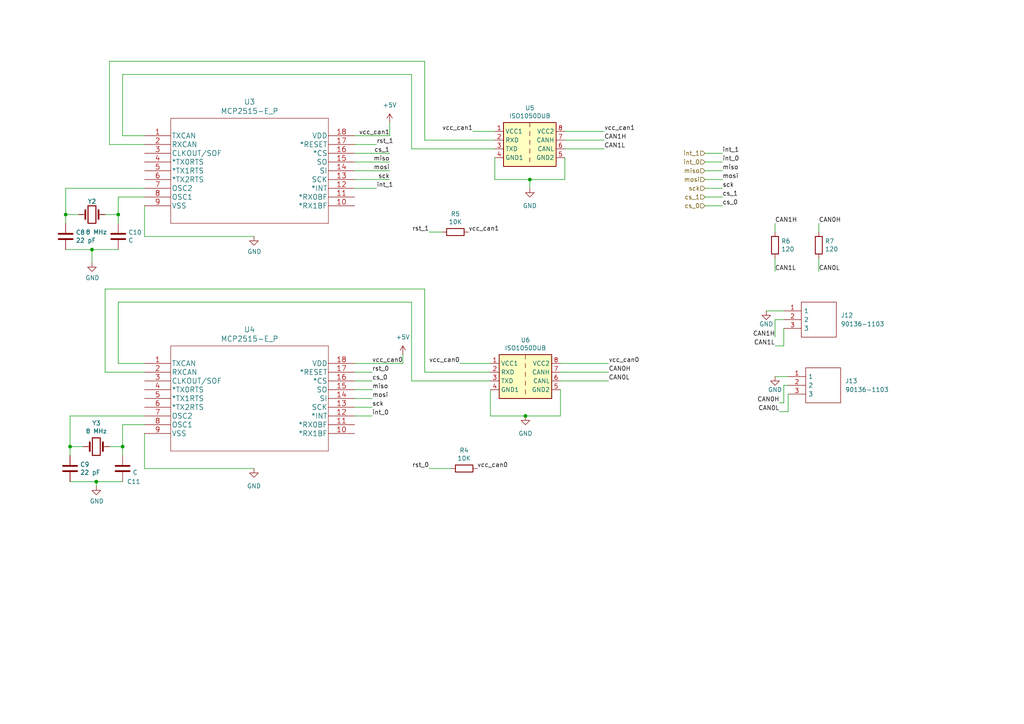
<source format=kicad_sch>
(kicad_sch (version 20211123) (generator eeschema)
  (paper "A4")
  (lib_symbols
    (symbol "Conector 3 pin C-grid:90136-1103" (pin_names (offset 0.762))
      (property "Reference" "J" (at 16.51 7.62 0))
      (property "Value" "90136-1103" (at 16.51 5.08 0))
      (symbol "90136-1103_0_0"
        (pin passive line (at 0 0 0) (length 5.08) (name "1") (number "1"))
        (pin passive line (at 0 -2.54 0) (length 5.08) (name "2") (number "2"))
        (pin passive line (at 0 -5.08 0) (length 5.08) (name "3") (number "3"))
      )
      (symbol "90136-1103_0_1"
        (polyline (pts (xy 5.08 2.54) (xy 15.24 2.54) (xy 15.24 -7.62) (xy 5.08 -7.62) (xy 5.08 2.54)) (stroke (width 0.1524)))
      )
    )
    (symbol "Device:C" (pin_numbers hide) (pin_names (offset 0.254))
      (property "Reference" "C" (at 0.635 2.54 0))
      (property "Value" "C" (at 0.635 -2.54 0))
      (symbol "C_0_1"
        (polyline (pts (xy -2.032 -0.762) (xy 2.032 -0.762)) (stroke (width 0.508)))
        (polyline (pts (xy -2.032 0.762) (xy 2.032 0.762)) (stroke (width 0.508)))
      )
      (symbol "C_1_1"
        (pin passive line (at 0 3.81 270) (length 2.794) (name "~") (number "1"))
        (pin passive line (at 0 -3.81 90) (length 2.794) (name "~") (number "2"))
      )
    )
    (symbol "Device:Crystal" (pin_numbers hide) (pin_names (offset 1.016) hide)
      (property "Reference" "Y" (at 0 3.81 0))
      (property "Value" "Crystal" (at 0 -3.81 0))
      (symbol "Crystal_0_1"
        (rectangle (start -1.143 2.54) (end 1.143 -2.54) (stroke (width 0.3048)))
        (polyline (pts (xy -2.54 0) (xy -1.905 0)))
        (polyline (pts (xy -1.905 -1.27) (xy -1.905 1.27)) (stroke (width 0.508)))
        (polyline (pts (xy 1.905 -1.27) (xy 1.905 1.27)) (stroke (width 0.508)))
        (polyline (pts (xy 2.54 0) (xy 1.905 0)))
      )
      (symbol "Crystal_1_1"
        (pin passive line (at -3.81 0 0) (length 1.27) (name "1") (number "1"))
        (pin passive line (at 3.81 0 180) (length 1.27) (name "2") (number "2"))
      )
    )
    (symbol "Device:R" (pin_numbers hide) (pin_names (offset 0))
      (property "Reference" "R" (at 2.032 0 90))
      (property "Value" "R" (at 0 0 90))
      (symbol "R_0_1"
        (rectangle (start -1.016 -2.54) (end 1.016 2.54) (stroke (width 0.254)))
      )
      (symbol "R_1_1"
        (pin passive line (at 0 3.81 270) (length 1.27) (name "~") (number "1"))
        (pin passive line (at 0 -3.81 90) (length 1.27) (name "~") (number "2"))
      )
    )
    (symbol "Interface_CAN_LIN:ISO1050DUB"
      (property "Reference" "U" (at -6.35 6.35 0))
      (property "Value" "ISO1050DUB" (at 2.54 6.35 0))
      (symbol "ISO1050DUB_0_1"
        (rectangle (start -7.62 5.08) (end 7.62 -7.62) (stroke (width 0.254)) (fill (type background)))
        (polyline (pts (xy 0 -5.08) (xy 0 -6.35)))
        (polyline (pts (xy 0 -2.54) (xy 0 -3.81)))
        (polyline (pts (xy 0 0) (xy 0 -1.27)))
        (polyline (pts (xy 0 2.54) (xy 0 1.27)))
        (polyline (pts (xy 0 5.08) (xy 0 3.81)))
      )
      (symbol "ISO1050DUB_1_1"
        (pin power_in line (at -10.16 2.54 0) (length 2.54) (name "VCC1") (number "1"))
        (pin output line (at -10.16 0 0) (length 2.54) (name "RXD") (number "2"))
        (pin input line (at -10.16 -2.54 0) (length 2.54) (name "TXD") (number "3"))
        (pin power_in line (at -10.16 -5.08 0) (length 2.54) (name "GND1") (number "4"))
        (pin power_in line (at 10.16 -5.08 180) (length 2.54) (name "GND2") (number "5"))
        (pin bidirectional line (at 10.16 -2.54 180) (length 2.54) (name "CANL") (number "6"))
        (pin bidirectional line (at 10.16 0 180) (length 2.54) (name "CANH") (number "7"))
        (pin power_in line (at 10.16 2.54 180) (length 2.54) (name "VCC2") (number "8"))
      )
    )
    (symbol "placamaster-rescue:MCP2515-E_P-mcp-2515" (pin_names (offset 0.254))
      (property "Reference" "U" (at 30.48 10.16 0))
      (property "Value" "MCP2515-E_P-mcp-2515" (at 30.48 7.62 0))
      (symbol "MCP2515-E_P-mcp-2515_1_1"
        (polyline (pts (xy 7.62 -25.4) (xy 53.34 -25.4)) (stroke (width 0.127)))
        (polyline (pts (xy 7.62 5.08) (xy 7.62 -25.4)) (stroke (width 0.127)))
        (polyline (pts (xy 53.34 -25.4) (xy 53.34 5.08)) (stroke (width 0.127)))
        (polyline (pts (xy 53.34 5.08) (xy 7.62 5.08)) (stroke (width 0.127)))
        (pin unspecified line (at 0 0 0) (length 7.62) (name "TXCAN") (number "1"))
        (pin unspecified line (at 60.96 -20.32 180) (length 7.62) (name "*RX1BF") (number "10"))
        (pin unspecified line (at 60.96 -17.78 180) (length 7.62) (name "*RX0BF") (number "11"))
        (pin unspecified line (at 60.96 -15.24 180) (length 7.62) (name "*INT") (number "12"))
        (pin unspecified line (at 60.96 -12.7 180) (length 7.62) (name "SCK") (number "13"))
        (pin unspecified line (at 60.96 -10.16 180) (length 7.62) (name "SI") (number "14"))
        (pin unspecified line (at 60.96 -7.62 180) (length 7.62) (name "SO") (number "15"))
        (pin unspecified line (at 60.96 -5.08 180) (length 7.62) (name "*CS") (number "16"))
        (pin unspecified line (at 60.96 -2.54 180) (length 7.62) (name "*RESET") (number "17"))
        (pin unspecified line (at 60.96 0 180) (length 7.62) (name "VDD") (number "18"))
        (pin unspecified line (at 0 -2.54 0) (length 7.62) (name "RXCAN") (number "2"))
        (pin unspecified line (at 0 -5.08 0) (length 7.62) (name "CLKOUT/SOF") (number "3"))
        (pin unspecified line (at 0 -7.62 0) (length 7.62) (name "*TX0RTS") (number "4"))
        (pin unspecified line (at 0 -10.16 0) (length 7.62) (name "*TX1RTS") (number "5"))
        (pin unspecified line (at 0 -12.7 0) (length 7.62) (name "*TX2RTS") (number "6"))
        (pin unspecified line (at 0 -15.24 0) (length 7.62) (name "OSC2") (number "7"))
        (pin unspecified line (at 0 -17.78 0) (length 7.62) (name "OSC1") (number "8"))
        (pin unspecified line (at 0 -20.32 0) (length 7.62) (name "VSS") (number "9"))
      )
    )
    (symbol "power:+5V" (power) (pin_names (offset 0))
      (property "Value" "+5V" (at 0 3.556 0))
      (symbol "+5V_0_1"
        (polyline (pts (xy -0.762 1.27) (xy 0 2.54)))
        (polyline (pts (xy 0 0) (xy 0 2.54)))
        (polyline (pts (xy 0 2.54) (xy 0.762 1.27)))
      )
      (symbol "+5V_1_1"
        (pin power_in line (at 0 0 90) (length 0) hide (name "+5V") (number "1"))
      )
    )
    (symbol "power:GND" (power) (pin_names (offset 0))
      (property "Value" "GND" (at 0 -3.81 0))
      (symbol "GND_0_1"
        (polyline (pts (xy 0 0) (xy 0 -1.27) (xy 1.27 -1.27) (xy 0 -2.54) (xy -1.27 -1.27) (xy 0 -1.27)))
      )
      (symbol "GND_1_1"
        (pin power_in line (at 0 0 270) (length 0) hide (name "GND") (number "1"))
      )
    )
  )
  (junction (at 19.05 62.23))
  (junction (at 35.56 129.54))
  (junction (at 153.67 52.07))
  (junction (at 27.94 139.7))
  (junction (at 20.32 129.54))
  (junction (at 26.67 72.39))
  (junction (at 152.4 120.65))
  (junction (at 34.29 62.23))
  (wire (pts (xy 41.91 41.91) (xy 31.75 41.91)))
  (wire (pts (xy 227.33 111.76) (xy 228.6 111.76)))
  (wire (pts (xy 102.87 54.61) (xy 109.22 54.61)))
  (wire (pts (xy 34.29 62.23) (xy 34.29 64.77)))
  (wire (pts (xy 102.87 115.57) (xy 107.95 115.57)))
  (wire (pts (xy 102.87 113.03) (xy 107.95 113.03)))
  (wire (pts (xy 204.47 59.69) (xy 209.55 59.69)))
  (wire (pts (xy 163.83 52.07) (xy 153.67 52.07)))
  (wire (pts (xy 35.56 129.54) (xy 35.56 132.08)))
  (wire (pts (xy 224.79 67.31) (xy 224.79 64.77)))
  (wire (pts (xy 41.91 107.95) (xy 30.48 107.95)))
  (wire (pts (xy 162.56 107.95) (xy 176.53 107.95)))
  (wire (pts (xy 163.83 45.72) (xy 163.83 52.07)))
  (wire (pts (xy 31.75 17.78) (xy 123.19 17.78)))
  (wire (pts (xy 20.32 139.7) (xy 27.94 139.7)))
  (wire (pts (xy 204.47 54.61) (xy 209.55 54.61)))
  (wire (pts (xy 123.19 83.82) (xy 123.19 107.95)))
  (wire (pts (xy 102.87 41.91) (xy 109.22 41.91)))
  (wire (pts (xy 142.24 107.95) (xy 123.19 107.95)))
  (wire (pts (xy 119.38 21.59) (xy 119.38 43.18)))
  (wire (pts (xy 142.24 110.49) (xy 119.38 110.49)))
  (wire (pts (xy 41.91 135.89) (xy 73.66 135.89)))
  (wire (pts (xy 119.38 87.63) (xy 119.38 110.49)))
  (wire (pts (xy 137.16 38.1) (xy 143.51 38.1)))
  (wire (pts (xy 24.13 129.54) (xy 20.32 129.54)))
  (wire (pts (xy 228.6 114.3) (xy 228.6 119.38)))
  (wire (pts (xy 142.24 120.65) (xy 142.24 113.03)))
  (wire (pts (xy 20.32 120.65) (xy 41.91 120.65)))
  (wire (pts (xy 41.91 54.61) (xy 19.05 54.61)))
  (wire (pts (xy 153.67 54.61) (xy 153.67 52.07)))
  (wire (pts (xy 226.06 116.84) (xy 227.33 116.84)))
  (wire (pts (xy 209.55 57.15) (xy 204.47 57.15)))
  (wire (pts (xy 228.6 119.38) (xy 226.06 119.38)))
  (wire (pts (xy 35.56 123.19) (xy 41.91 123.19)))
  (wire (pts (xy 204.47 44.45) (xy 209.55 44.45)))
  (wire (pts (xy 222.25 90.17) (xy 227.33 90.17)))
  (wire (pts (xy 143.51 43.18) (xy 119.38 43.18)))
  (wire (pts (xy 19.05 54.61) (xy 19.05 62.23)))
  (wire (pts (xy 224.79 92.71) (xy 227.33 92.71)))
  (wire (pts (xy 31.75 41.91) (xy 31.75 17.78)))
  (wire (pts (xy 102.87 105.41) (xy 116.84 105.41)))
  (wire (pts (xy 22.86 62.23) (xy 19.05 62.23)))
  (wire (pts (xy 41.91 125.73) (xy 41.91 135.89)))
  (wire (pts (xy 41.91 39.37) (xy 35.56 39.37)))
  (wire (pts (xy 237.49 64.77) (xy 237.49 67.31)))
  (wire (pts (xy 102.87 107.95) (xy 107.95 107.95)))
  (wire (pts (xy 113.03 35.56) (xy 113.03 39.37)))
  (wire (pts (xy 102.87 52.07) (xy 113.03 52.07)))
  (wire (pts (xy 35.56 21.59) (xy 119.38 21.59)))
  (wire (pts (xy 34.29 87.63) (xy 34.29 105.41)))
  (wire (pts (xy 227.33 116.84) (xy 227.33 111.76)))
  (wire (pts (xy 35.56 39.37) (xy 35.56 21.59)))
  (wire (pts (xy 30.48 83.82) (xy 123.19 83.82)))
  (wire (pts (xy 34.29 57.15) (xy 34.29 62.23)))
  (wire (pts (xy 102.87 46.99) (xy 113.03 46.99)))
  (wire (pts (xy 26.67 72.39) (xy 26.67 76.2)))
  (wire (pts (xy 35.56 123.19) (xy 35.56 129.54)))
  (wire (pts (xy 204.47 49.53) (xy 209.55 49.53)))
  (wire (pts (xy 123.19 40.64) (xy 143.51 40.64)))
  (wire (pts (xy 41.91 68.58) (xy 73.66 68.58)))
  (wire (pts (xy 162.56 113.03) (xy 162.56 120.65)))
  (wire (pts (xy 102.87 49.53) (xy 113.03 49.53)))
  (wire (pts (xy 153.67 52.07) (xy 143.51 52.07)))
  (wire (pts (xy 227.33 95.25) (xy 227.33 100.33)))
  (wire (pts (xy 102.87 39.37) (xy 113.03 39.37)))
  (wire (pts (xy 209.55 46.99) (xy 204.47 46.99)))
  (wire (pts (xy 102.87 110.49) (xy 107.95 110.49)))
  (wire (pts (xy 116.84 102.87) (xy 116.84 105.41)))
  (wire (pts (xy 224.79 97.79) (xy 224.79 92.71)))
  (wire (pts (xy 123.19 17.78) (xy 123.19 40.64)))
  (wire (pts (xy 162.56 110.49) (xy 176.53 110.49)))
  (wire (pts (xy 163.83 40.64) (xy 175.26 40.64)))
  (wire (pts (xy 133.35 105.41) (xy 142.24 105.41)))
  (wire (pts (xy 227.33 100.33) (xy 224.79 100.33)))
  (wire (pts (xy 19.05 62.23) (xy 19.05 64.77)))
  (wire (pts (xy 224.79 74.93) (xy 224.79 78.74)))
  (wire (pts (xy 124.46 135.89) (xy 130.81 135.89)))
  (wire (pts (xy 119.38 87.63) (xy 34.29 87.63)))
  (wire (pts (xy 27.94 139.7) (xy 35.56 139.7)))
  (wire (pts (xy 26.67 72.39) (xy 19.05 72.39)))
  (wire (pts (xy 237.49 74.93) (xy 237.49 78.74)))
  (wire (pts (xy 26.67 72.39) (xy 34.29 72.39)))
  (wire (pts (xy 30.48 107.95) (xy 30.48 83.82)))
  (wire (pts (xy 143.51 52.07) (xy 143.51 45.72)))
  (wire (pts (xy 31.75 129.54) (xy 35.56 129.54)))
  (wire (pts (xy 41.91 59.69) (xy 41.91 68.58)))
  (wire (pts (xy 27.94 139.7) (xy 27.94 140.97)))
  (wire (pts (xy 102.87 120.65) (xy 107.95 120.65)))
  (wire (pts (xy 162.56 120.65) (xy 152.4 120.65)))
  (wire (pts (xy 102.87 118.11) (xy 107.95 118.11)))
  (wire (pts (xy 34.29 105.41) (xy 41.91 105.41)))
  (wire (pts (xy 163.83 43.18) (xy 175.26 43.18)))
  (wire (pts (xy 162.56 105.41) (xy 176.53 105.41)))
  (wire (pts (xy 152.4 120.65) (xy 142.24 120.65)))
  (wire (pts (xy 163.83 38.1) (xy 175.26 38.1)))
  (wire (pts (xy 20.32 129.54) (xy 20.32 132.08)))
  (wire (pts (xy 209.55 52.07) (xy 204.47 52.07)))
  (wire (pts (xy 41.91 57.15) (xy 34.29 57.15)))
  (wire (pts (xy 30.48 62.23) (xy 34.29 62.23)))
  (wire (pts (xy 224.79 109.22) (xy 228.6 109.22)))
  (wire (pts (xy 102.87 44.45) (xy 113.03 44.45)))
  (wire (pts (xy 124.46 67.31) (xy 128.27 67.31)))
  (wire (pts (xy 20.32 120.65) (xy 20.32 129.54)))
  (label "CAN1L" (at 224.79 78.74 0))
  (label "rst_1" (at 109.22 41.91 0))
  (label "int_1" (at 209.55 44.45 0))
  (label "int_0" (at 107.95 120.65 0))
  (label "CAN0L" (at 237.49 78.74 0))
  (label "vcc_can1" (at 175.26 38.1 0))
  (label "CAN1H" (at 175.26 40.64 0))
  (label "CAN1L" (at 175.26 43.18 0))
  (label "miso" (at 107.95 113.03 0))
  (label "cs_1" (at 209.55 57.15 0))
  (label "vcc_can0" (at 133.35 105.41 180))
  (label "vcc_can0" (at 116.84 105.41 180))
  (label "CAN0L" (at 176.53 110.49 0))
  (label "CAN0H" (at 237.49 64.77 0))
  (label "vcc_can1" (at 135.89 67.31 0))
  (label "CAN0H" (at 226.06 116.84 180))
  (label "miso" (at 113.03 46.99 180))
  (label "CAN1L" (at 224.79 100.33 180))
  (label "sck" (at 107.95 118.11 0))
  (label "vcc_can1" (at 113.03 39.37 180))
  (label "CAN1H" (at 224.79 64.77 0))
  (label "mosi" (at 209.55 52.07 0))
  (label "int_1" (at 109.22 54.61 0))
  (label "vcc_can0" (at 176.53 105.41 0))
  (label "rst_0" (at 107.95 107.95 0))
  (label "miso" (at 209.55 49.53 0))
  (label "CAN0L" (at 226.06 119.38 180))
  (label "rst_0" (at 124.46 135.89 180))
  (label "mosi" (at 113.03 49.53 180))
  (label "mosi" (at 107.95 115.57 0))
  (label "sck" (at 209.55 54.61 0))
  (label "cs_0" (at 209.55 59.69 0))
  (label "sck" (at 113.03 52.07 180))
  (label "vcc_can1" (at 137.16 38.1 180))
  (label "CAN1H" (at 224.79 97.79 180))
  (label "int_0" (at 209.55 46.99 0))
  (label "vcc_can0" (at 138.43 135.89 0))
  (label "rst_1" (at 124.46 67.31 180))
  (label "cs_0" (at 107.95 110.49 0))
  (label "CAN0H" (at 176.53 107.95 0))
  (label "cs_1" (at 113.03 44.45 180))
  (hierarchical_label "cs_0" (shape input) (at 204.47 59.69 180))
  (hierarchical_label "int_1" (shape input) (at 204.47 44.45 180))
  (hierarchical_label "miso" (shape input) (at 204.47 49.53 180))
  (hierarchical_label "mosi" (shape input) (at 204.47 52.07 180))
  (hierarchical_label "sck" (shape input) (at 204.47 54.61 180))
  (hierarchical_label "int_0" (shape input) (at 204.47 46.99 180))
  (hierarchical_label "cs_1" (shape input) (at 204.47 57.15 180))
  (symbol (lib_id "placamaster-rescue:MCP2515-E_P-mcp-2515") (at 41.91 39.37 0) (unit 1)
    (property "Reference" "U3" (at 72.39 29.5402 0) (effects (font (size 1.524 1.524))))
    (property "Value" "MCP2515-E_P" (at 72.39 32.2326 0) (effects (font (size 1.524 1.524))))
    (property "Footprint" "MCP2515-I_SO:SOIC127P1030X265-18N" (effects hide))
  )
  (symbol (lib_id "Interface_CAN_LIN:ISO1050DUB") (at 153.67 40.64 0) (unit 1)
    (property "Reference" "U5" (at 153.67 31.3182 0))
    (property "Value" "ISO1050DUB" (at 153.67 33.6296 0))
    (property "Footprint" "Package_SO:SOP-8_6.62x9.15mm_P2.54mm" (effects hide))
    (property "Datasheet" "http://www.ti.com/lit/ds/symlink/iso1050.pdf" (effects hide))
  )
  (symbol (lib_id "Device:R") (at 134.62 135.89 270) (unit 1)
    (property "Reference" "R4" (at 134.62 130.6322 90))
    (property "Value" "10K" (at 134.62 132.9436 90))
    (property "Footprint" "Resistor_SMD:R_0805_2012Metric_Pad1.20x1.40mm_HandSolder" (effects hide))
  )
  (symbol (lib_id "Device:Crystal") (at 26.67 62.23 0) (unit 1)
    (property "Reference" "Y2" (at 26.67 58.42 0))
    (property "Value" "8 MHz" (at 27.94 67.31 0))
    (property "Footprint" "Crystal 8MHz:ECS-80-32-1X" (effects hide))
  )
  (symbol (lib_id "Device:C") (at 19.05 68.58 0) (unit 1)
    (property "Reference" "C8" (at 21.971 67.4116 0) (effects (justify left)))
    (property "Value" "22 pF" (at 21.971 69.723 0) (effects (justify left)))
    (property "Footprint" "Capacitor_SMD:C_0805_2012Metric_Pad1.18x1.45mm_HandSolder" (effects hide))
  )
  (symbol (lib_id "Device:C") (at 34.29 68.58 0) (unit 1)
    (property "Reference" "C10" (at 37.211 67.4116 0) (effects (justify left)))
    (property "Value" "C" (at 37.211 69.723 0) (effects (justify left)))
    (property "Footprint" "Capacitor_SMD:C_0805_2012Metric_Pad1.18x1.45mm_HandSolder" (effects hide))
  )
  (symbol (lib_id "Device:Crystal") (at 27.94 129.54 0) (unit 1)
    (property "Reference" "Y3" (at 27.94 122.7328 0))
    (property "Value" "8 MHz" (at 27.94 125.0442 0))
    (property "Footprint" "Crystal 8MHz:ECS-80-32-1X" (effects hide))
  )
  (symbol (lib_id "Device:C") (at 20.32 135.89 0) (unit 1)
    (property "Reference" "C9" (at 23.241 134.7216 0) (effects (justify left)))
    (property "Value" "22 pF" (at 23.241 137.033 0) (effects (justify left)))
    (property "Footprint" "Capacitor_SMD:C_0805_2012Metric_Pad1.18x1.45mm_HandSolder" (effects hide))
  )
  (symbol (lib_id "Device:C") (at 35.56 135.89 0) (unit 1)
    (property "Reference" "C11" (at 36.83 139.7 0) (effects (justify left)))
    (property "Value" "C" (at 38.481 137.033 0) (effects (justify left)))
    (property "Footprint" "Capacitor_SMD:C_0805_2012Metric_Pad1.18x1.45mm_HandSolder" (effects hide))
  )
  (symbol (lib_id "power:GND") (at 27.94 140.97 0) (unit 1)
    (property "Reference" "#PWR0121" (effects hide))
    (property "Value" "GND" (at 28.067 145.3642 0))
  )
  (symbol (lib_id "power:GND") (at 73.66 68.58 0) (unit 1)
    (property "Reference" "#PWR0122" (effects hide))
    (property "Value" "GND" (at 73.787 72.9742 0))
  )
  (symbol (lib_id "power:GND") (at 26.67 76.2 0) (unit 1)
    (property "Reference" "#PWR0123" (effects hide))
    (property "Value" "GND" (at 26.797 80.5942 0))
  )
  (symbol (lib_id "Interface_CAN_LIN:ISO1050DUB") (at 152.4 107.95 0) (unit 1)
    (property "Reference" "U6" (at 152.4 98.6282 0))
    (property "Value" "ISO1050DUB" (at 152.4 100.9396 0))
    (property "Footprint" "Package_SO:SOP-8_6.62x9.15mm_P2.54mm" (effects hide))
    (property "Datasheet" "http://www.ti.com/lit/ds/symlink/iso1050.pdf" (effects hide))
  )
  (symbol (lib_id "Device:R") (at 224.79 71.12 0) (unit 1)
    (property "Reference" "R6" (at 226.568 69.9516 0) (effects (justify left)))
    (property "Value" "120" (at 226.568 72.263 0) (effects (justify left)))
    (property "Footprint" "Resistor_SMD:R_0805_2012Metric_Pad1.20x1.40mm_HandSolder" (effects hide))
  )
  (symbol (lib_id "Device:R") (at 237.49 71.12 0) (unit 1)
    (property "Reference" "R7" (at 239.268 69.9516 0) (effects (justify left)))
    (property "Value" "120" (at 239.268 72.263 0) (effects (justify left)))
    (property "Footprint" "Resistor_SMD:R_0805_2012Metric_Pad1.20x1.40mm_HandSolder" (effects hide))
  )
  (symbol (lib_id "Conector 3 pin C-grid:90136-1103") (at 228.6 109.22 0) (unit 1)
    (property "Reference" "J13" (at 245.11 110.4899 0) (effects (justify left)))
    (property "Value" "90136-1103" (at 245.11 113.0299 0) (effects (justify left)))
    (property "Footprint" "SHDR3W65P0X254_1X3_1097X721X1110P" (effects hide))
    (property "Description" "Header 2.54mm, single row, vertical, 3w Molex C-GRID III Series, Series Number 90136, 2.54mm Pitch 3 Way 1 Row Straight PCB Header, Solder Termination, 3A" (effects hide))
    (property "Height" "11.1" (effects hide))
    (property "Mouser Part Number" "538-90136-1103" (effects hide))
    (property "Mouser Price/Stock" "https://www.mouser.co.uk/ProductDetail/Molex/90136-1103?qs=kEwmkoUtv7SHZQ1YiKbD1w%3D%3D" (effects hide))
    (property "Manufacturer_Name" "Molex" (effects hide))
    (property "Manufacturer_Part_Number" "90136-1103" (effects hide))
  )
  (symbol (lib_id "power:GND") (at 222.25 90.17 0) (unit 1)
    (property "Reference" "#PWR0152" (effects hide))
    (property "Value" "GND" (at 222.25 93.98 0))
  )
  (symbol (lib_id "power:+5V") (at 116.84 102.87 0) (unit 1)
    (property "Reference" "#PWR0150" (effects hide))
    (property "Value" "+5V" (at 116.84 97.79 0))
  )
  (symbol (lib_id "power:GND") (at 153.67 54.61 0) (unit 1)
    (property "Reference" "#PWR0147" (effects hide))
    (property "Value" "GND" (at 153.67 59.69 0))
  )
  (symbol (lib_id "placamaster-rescue:MCP2515-E_P-mcp-2515") (at 41.91 105.41 0) (unit 1)
    (property "Reference" "U4" (at 72.39 95.5802 0) (effects (font (size 1.524 1.524))))
    (property "Value" "MCP2515-E_P" (at 72.39 98.2726 0) (effects (font (size 1.524 1.524))))
    (property "Footprint" "MCP2515-I_SO:SOIC127P1030X265-18N" (effects hide))
  )
  (symbol (lib_id "power:+5V") (at 113.03 35.56 0) (unit 1)
    (property "Reference" "#PWR0151" (effects hide))
    (property "Value" "+5V" (at 113.03 30.48 0))
  )
  (symbol (lib_id "power:GND") (at 224.79 109.22 0) (unit 1)
    (property "Reference" "#PWR0153" (effects hide))
    (property "Value" "GND" (at 224.79 113.03 0))
  )
  (symbol (lib_id "Conector 3 pin C-grid:90136-1103") (at 227.33 90.17 0) (unit 1)
    (property "Reference" "J12" (at 243.84 91.4399 0) (effects (justify left)))
    (property "Value" "90136-1103" (at 243.84 93.9799 0) (effects (justify left)))
    (property "Footprint" "SHDR3W65P0X254_1X3_1097X721X1110P" (effects hide))
    (property "Description" "Header 2.54mm, single row, vertical, 3w Molex C-GRID III Series, Series Number 90136, 2.54mm Pitch 3 Way 1 Row Straight PCB Header, Solder Termination, 3A" (effects hide))
    (property "Height" "11.1" (effects hide))
    (property "Mouser Part Number" "538-90136-1103" (effects hide))
    (property "Mouser Price/Stock" "https://www.mouser.co.uk/ProductDetail/Molex/90136-1103?qs=kEwmkoUtv7SHZQ1YiKbD1w%3D%3D" (effects hide))
    (property "Manufacturer_Name" "Molex" (effects hide))
    (property "Manufacturer_Part_Number" "90136-1103" (effects hide))
  )
  (symbol (lib_id "power:GND") (at 73.66 135.89 0) (unit 1)
    (property "Reference" "#PWR0120" (effects hide))
    (property "Value" "GND" (at 73.66 140.97 0))
  )
  (symbol (lib_id "Device:R") (at 132.08 67.31 270) (unit 1)
    (property "Reference" "R5" (at 132.08 62.0522 90))
    (property "Value" "10K" (at 132.08 64.3636 90))
    (property "Footprint" "Resistor_SMD:R_0805_2012Metric_Pad1.20x1.40mm_HandSolder" (effects hide))
  )
  (symbol (lib_id "power:GND") (at 152.4 120.65 0) (unit 1)
    (property "Reference" "#PWR0148" (effects hide))
    (property "Value" "GND" (at 152.4 125.73 0))
  )
)
</source>
